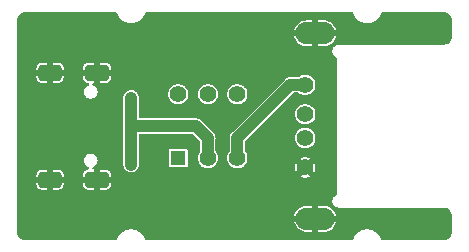
<source format=gbr>
%TF.GenerationSoftware,KiCad,Pcbnew,6.0.7+dfsg-1~bpo11+1*%
%TF.CreationDate,2022-09-24T06:18:19+00:00*%
%TF.ProjectId,0102-USB-SWITCH,30313032-2d55-4534-922d-535749544348,V1.2*%
%TF.SameCoordinates,Original*%
%TF.FileFunction,Copper,L2,Bot*%
%TF.FilePolarity,Positive*%
%FSLAX46Y46*%
G04 Gerber Fmt 4.6, Leading zero omitted, Abs format (unit mm)*
G04 Created by KiCad (PCBNEW 6.0.7+dfsg-1~bpo11+1) date 2022-09-24 06:18:19*
%MOMM*%
%LPD*%
G01*
G04 APERTURE LIST*
G04 Aperture macros list*
%AMRoundRect*
0 Rectangle with rounded corners*
0 $1 Rounding radius*
0 $2 $3 $4 $5 $6 $7 $8 $9 X,Y pos of 4 corners*
0 Add a 4 corners polygon primitive as box body*
4,1,4,$2,$3,$4,$5,$6,$7,$8,$9,$2,$3,0*
0 Add four circle primitives for the rounded corners*
1,1,$1+$1,$2,$3*
1,1,$1+$1,$4,$5*
1,1,$1+$1,$6,$7*
1,1,$1+$1,$8,$9*
0 Add four rect primitives between the rounded corners*
20,1,$1+$1,$2,$3,$4,$5,0*
20,1,$1+$1,$4,$5,$6,$7,0*
20,1,$1+$1,$6,$7,$8,$9,0*
20,1,$1+$1,$8,$9,$2,$3,0*%
G04 Aperture macros list end*
%TA.AperFunction,ComponentPad*%
%ADD10R,1.300000X1.300000*%
%TD*%
%TA.AperFunction,ComponentPad*%
%ADD11C,1.400000*%
%TD*%
%TA.AperFunction,ComponentPad*%
%ADD12C,1.420000*%
%TD*%
%TA.AperFunction,ComponentPad*%
%ADD13O,3.300000X1.900000*%
%TD*%
%TA.AperFunction,ComponentPad*%
%ADD14RoundRect,0.350000X-0.650000X0.350000X-0.650000X-0.350000X0.650000X-0.350000X0.650000X0.350000X0*%
%TD*%
%TA.AperFunction,ComponentPad*%
%ADD15RoundRect,0.350000X-0.700000X0.350000X-0.700000X-0.350000X0.700000X-0.350000X0.700000X0.350000X0*%
%TD*%
%TA.AperFunction,ViaPad*%
%ADD16C,0.500000*%
%TD*%
%TA.AperFunction,ViaPad*%
%ADD17C,1.000000*%
%TD*%
%TA.AperFunction,Conductor*%
%ADD18C,1.000000*%
%TD*%
G04 APERTURE END LIST*
D10*
%TO.P,SW1,1,A*%
%TO.N,unconnected-(SW1-Pad1)*%
X13800000Y7100000D03*
D11*
%TO.P,SW1,2,B*%
%TO.N,/VIN*%
X16300000Y7100000D03*
%TO.P,SW1,3,C*%
%TO.N,/VOUT*%
X18800000Y7100000D03*
%TO.P,SW1,4,A*%
%TO.N,unconnected-(SW1-Pad4)*%
X13800000Y12500000D03*
%TO.P,SW1,5,B*%
%TO.N,unconnected-(SW1-Pad5)*%
X16300000Y12500000D03*
%TO.P,SW1,6,C*%
%TO.N,unconnected-(SW1-Pad6)*%
X18800000Y12500000D03*
%TD*%
D12*
%TO.P,J2,1,VBUS*%
%TO.N,/VOUT*%
X24550000Y13300000D03*
%TO.P,J2,2,D-*%
%TO.N,/D-*%
X24550000Y10800000D03*
%TO.P,J2,3,D+*%
%TO.N,/D+*%
X24550000Y8800000D03*
%TO.P,J2,4,GND*%
%TO.N,GND*%
X24550000Y6300000D03*
D13*
%TO.P,J2,5,Shield*%
X25400000Y17650000D03*
X25400000Y1950000D03*
%TD*%
D14*
%TO.P,J1,S1,SHIELD*%
%TO.N,GND*%
X2940000Y14325000D03*
D15*
X6920000Y14325000D03*
X6920000Y5275000D03*
D14*
X2940000Y5275000D03*
%TD*%
D16*
%TO.N,GND*%
X9800000Y5300000D03*
X9800000Y4300000D03*
X9800000Y14300000D03*
X9800000Y15300000D03*
X800000Y9800000D03*
X21800000Y15800000D03*
X10800000Y15300000D03*
X10800000Y5300000D03*
X17300000Y800000D03*
X12300000Y18800000D03*
X13800000Y4800000D03*
X14800000Y800000D03*
X22800000Y3800000D03*
X7300000Y800000D03*
X21800000Y3800000D03*
X18300000Y3300000D03*
X800000Y7300000D03*
X14800000Y18800000D03*
X19800000Y18800000D03*
X21800000Y14800000D03*
X800000Y12300000D03*
X7300000Y18800000D03*
X10800000Y14300000D03*
X800000Y14800000D03*
X19800000Y800000D03*
X22300000Y18800000D03*
X17300000Y18800000D03*
X22300000Y800000D03*
X12300000Y800000D03*
X10800000Y4300000D03*
X22800000Y4800000D03*
X21800000Y4800000D03*
X800000Y4800000D03*
X22800000Y14800000D03*
X22800000Y15800000D03*
D17*
%TO.N,/VIN*%
X9800000Y12200000D03*
X9800000Y6550000D03*
%TD*%
D18*
%TO.N,/VIN*%
X15300000Y9800000D02*
X9800000Y9800000D01*
X16300000Y7100000D02*
X16300000Y8800000D01*
X16300000Y8800000D02*
X15300000Y9800000D01*
X9800000Y12200000D02*
X9800000Y9800000D01*
X9800000Y6550000D02*
X9800000Y9800000D01*
%TO.N,/VOUT*%
X18800000Y8800000D02*
X23300000Y13300000D01*
X18800000Y7100000D02*
X18800000Y8800000D01*
X23300000Y13300000D02*
X24550000Y13300000D01*
%TD*%
%TA.AperFunction,Conductor*%
%TO.N,GND*%
G36*
X8553332Y19429498D02*
G01*
X8599825Y19375842D01*
X8601115Y19372667D01*
X8601476Y19371320D01*
X8687324Y19181795D01*
X8690190Y19177505D01*
X8746090Y19093828D01*
X8802901Y19008786D01*
X8945119Y18856918D01*
X9110178Y18730247D01*
X9293668Y18632159D01*
X9298545Y18630503D01*
X9298548Y18630502D01*
X9439592Y18582619D01*
X9490686Y18565273D01*
X9695969Y18531377D01*
X9904031Y18531377D01*
X10109314Y18565273D01*
X10160408Y18582619D01*
X10301452Y18630502D01*
X10301455Y18630503D01*
X10306332Y18632159D01*
X10489822Y18730247D01*
X10654881Y18856918D01*
X10797099Y19008786D01*
X10853911Y19093828D01*
X10909810Y19177505D01*
X10912676Y19181795D01*
X10963341Y19293646D01*
X10998524Y19371320D01*
X10999686Y19370793D01*
X11037922Y19423337D01*
X11104100Y19449046D01*
X11114789Y19449500D01*
X28485211Y19449500D01*
X28553332Y19429498D01*
X28599825Y19375842D01*
X28601115Y19372667D01*
X28601476Y19371320D01*
X28687324Y19181795D01*
X28690190Y19177505D01*
X28746090Y19093828D01*
X28802901Y19008786D01*
X28945119Y18856918D01*
X29110178Y18730247D01*
X29293668Y18632159D01*
X29298545Y18630503D01*
X29298548Y18630502D01*
X29439592Y18582619D01*
X29490686Y18565273D01*
X29695969Y18531377D01*
X29904031Y18531377D01*
X30109314Y18565273D01*
X30160408Y18582619D01*
X30301452Y18630502D01*
X30301455Y18630503D01*
X30306332Y18632159D01*
X30489822Y18730247D01*
X30654881Y18856918D01*
X30797099Y19008786D01*
X30853911Y19093828D01*
X30909810Y19177505D01*
X30912676Y19181795D01*
X30963341Y19293646D01*
X30998524Y19371320D01*
X30999686Y19370793D01*
X31037922Y19423337D01*
X31104100Y19449046D01*
X31114789Y19449500D01*
X36263598Y19449500D01*
X36271315Y19448484D01*
X36283978Y19448484D01*
X36300000Y19444191D01*
X36313583Y19447830D01*
X36316043Y19447692D01*
X36430420Y19434805D01*
X36457928Y19428526D01*
X36568407Y19389868D01*
X36593820Y19377631D01*
X36692943Y19315349D01*
X36714998Y19297759D01*
X36797759Y19214998D01*
X36815349Y19192943D01*
X36877631Y19093820D01*
X36889868Y19068407D01*
X36928526Y18957928D01*
X36934805Y18930420D01*
X36947692Y18816043D01*
X36947830Y18813583D01*
X36944191Y18800000D01*
X36948484Y18783978D01*
X36948484Y18771315D01*
X36949500Y18763598D01*
X36949500Y17386402D01*
X36948484Y17378685D01*
X36948484Y17366022D01*
X36944191Y17350000D01*
X36947830Y17336417D01*
X36947692Y17333957D01*
X36934805Y17219580D01*
X36928526Y17192072D01*
X36889868Y17081593D01*
X36877631Y17056180D01*
X36815349Y16957057D01*
X36797759Y16935002D01*
X36714998Y16852241D01*
X36692943Y16834651D01*
X36593820Y16772369D01*
X36568407Y16760132D01*
X36457928Y16721474D01*
X36430420Y16715195D01*
X36316043Y16702308D01*
X36313583Y16702170D01*
X36300000Y16705809D01*
X36283978Y16701516D01*
X36271315Y16701516D01*
X36263598Y16700500D01*
X27436402Y16700500D01*
X27428685Y16701516D01*
X27416022Y16701516D01*
X27400000Y16705809D01*
X27391360Y16703494D01*
X27375941Y16701622D01*
X27375940Y16701622D01*
X27274855Y16689348D01*
X27274852Y16689347D01*
X27267289Y16688429D01*
X27142291Y16641023D01*
X27032270Y16565081D01*
X26943620Y16465016D01*
X26940077Y16458265D01*
X26940076Y16458264D01*
X26885033Y16353390D01*
X26885031Y16353386D01*
X26881493Y16346644D01*
X26879671Y16339251D01*
X26879670Y16339249D01*
X26863773Y16274750D01*
X26849500Y16216843D01*
X26849500Y16083157D01*
X26851322Y16075767D01*
X26851322Y16075763D01*
X26879670Y15960751D01*
X26881493Y15953356D01*
X26885031Y15946614D01*
X26885033Y15946610D01*
X26908128Y15902607D01*
X26943620Y15834984D01*
X27032270Y15734919D01*
X27142291Y15658977D01*
X27168182Y15649158D01*
X27224780Y15606302D01*
X27249226Y15539647D01*
X27249500Y15531347D01*
X27249500Y4068653D01*
X27229498Y4000532D01*
X27175842Y3954039D01*
X27168206Y3950851D01*
X27142291Y3941023D01*
X27032270Y3865081D01*
X26943620Y3765016D01*
X26940077Y3758265D01*
X26940076Y3758264D01*
X26885033Y3653390D01*
X26885031Y3653386D01*
X26881493Y3646644D01*
X26879671Y3639251D01*
X26879670Y3639249D01*
X26863773Y3574750D01*
X26849500Y3516843D01*
X26849500Y3383157D01*
X26851322Y3375767D01*
X26851322Y3375763D01*
X26879670Y3260751D01*
X26881493Y3253356D01*
X26885031Y3246614D01*
X26885033Y3246610D01*
X26940076Y3141736D01*
X26943620Y3134984D01*
X27032270Y3034919D01*
X27142291Y2958977D01*
X27267289Y2911571D01*
X27274852Y2910653D01*
X27274855Y2910652D01*
X27375758Y2898400D01*
X27375760Y2898400D01*
X27391360Y2896506D01*
X27400000Y2894191D01*
X27416022Y2898484D01*
X27428685Y2898484D01*
X27436402Y2899500D01*
X36263598Y2899500D01*
X36271315Y2898484D01*
X36283978Y2898484D01*
X36300000Y2894191D01*
X36313583Y2897830D01*
X36316043Y2897692D01*
X36430420Y2884805D01*
X36457928Y2878526D01*
X36568407Y2839868D01*
X36593820Y2827631D01*
X36692943Y2765349D01*
X36714998Y2747759D01*
X36797759Y2664998D01*
X36815349Y2642943D01*
X36877631Y2543820D01*
X36889868Y2518407D01*
X36928526Y2407928D01*
X36934805Y2380420D01*
X36947692Y2266043D01*
X36947830Y2263583D01*
X36944191Y2250000D01*
X36948484Y2233978D01*
X36948484Y2221315D01*
X36949500Y2213598D01*
X36949500Y836402D01*
X36948484Y828685D01*
X36948484Y816022D01*
X36944191Y800000D01*
X36947830Y786417D01*
X36947692Y783957D01*
X36934805Y669580D01*
X36928526Y642072D01*
X36889868Y531593D01*
X36877631Y506180D01*
X36815349Y407057D01*
X36797759Y385002D01*
X36714998Y302241D01*
X36692943Y284651D01*
X36593820Y222369D01*
X36568407Y210132D01*
X36457928Y171474D01*
X36430420Y165195D01*
X36316043Y152308D01*
X36313583Y152170D01*
X36300000Y155809D01*
X36283978Y151516D01*
X36271315Y151516D01*
X36263598Y150500D01*
X31114789Y150500D01*
X31046668Y170502D01*
X31000175Y224158D01*
X30998885Y227333D01*
X30998524Y228680D01*
X30912676Y418205D01*
X30888477Y454429D01*
X30799964Y586926D01*
X30799961Y586930D01*
X30797099Y591214D01*
X30654881Y743082D01*
X30489822Y869753D01*
X30306332Y967841D01*
X30301455Y969497D01*
X30301452Y969498D01*
X30114198Y1033069D01*
X30114197Y1033069D01*
X30109314Y1034727D01*
X29904031Y1068623D01*
X29695969Y1068623D01*
X29490686Y1034727D01*
X29485803Y1033069D01*
X29485802Y1033069D01*
X29298548Y969498D01*
X29298545Y969497D01*
X29293668Y967841D01*
X29110178Y869753D01*
X28945119Y743082D01*
X28802901Y591214D01*
X28800039Y586930D01*
X28800036Y586926D01*
X28711523Y454429D01*
X28687324Y418205D01*
X28685195Y413505D01*
X28685194Y413503D01*
X28634796Y302241D01*
X28601476Y228680D01*
X28600314Y229207D01*
X28562078Y176663D01*
X28495900Y150954D01*
X28485211Y150500D01*
X11114789Y150500D01*
X11046668Y170502D01*
X11000175Y224158D01*
X10998885Y227333D01*
X10998524Y228680D01*
X10912676Y418205D01*
X10888477Y454429D01*
X10799964Y586926D01*
X10799961Y586930D01*
X10797099Y591214D01*
X10654881Y743082D01*
X10489822Y869753D01*
X10306332Y967841D01*
X10301455Y969497D01*
X10301452Y969498D01*
X10114198Y1033069D01*
X10114197Y1033069D01*
X10109314Y1034727D01*
X9904031Y1068623D01*
X9695969Y1068623D01*
X9490686Y1034727D01*
X9485803Y1033069D01*
X9485802Y1033069D01*
X9298548Y969498D01*
X9298545Y969497D01*
X9293668Y967841D01*
X9110178Y869753D01*
X8945119Y743082D01*
X8802901Y591214D01*
X8800039Y586930D01*
X8800036Y586926D01*
X8711523Y454429D01*
X8687324Y418205D01*
X8685195Y413505D01*
X8685194Y413503D01*
X8634796Y302241D01*
X8601476Y228680D01*
X8600314Y229207D01*
X8562078Y176663D01*
X8495900Y150954D01*
X8485211Y150500D01*
X836402Y150500D01*
X828685Y151516D01*
X816022Y151516D01*
X800000Y155809D01*
X786417Y152170D01*
X783957Y152308D01*
X669580Y165195D01*
X642072Y171474D01*
X531593Y210132D01*
X506180Y222369D01*
X407057Y284651D01*
X385002Y302241D01*
X302241Y385002D01*
X284651Y407057D01*
X222369Y506180D01*
X210132Y531593D01*
X171474Y642072D01*
X165195Y669580D01*
X152308Y783957D01*
X152170Y786417D01*
X155809Y800000D01*
X151516Y816022D01*
X151516Y828685D01*
X150500Y836402D01*
X150500Y1682601D01*
X23632940Y1682601D01*
X23653794Y1596072D01*
X23657677Y1584793D01*
X23739597Y1404622D01*
X23745543Y1394282D01*
X23860051Y1232854D01*
X23867844Y1223826D01*
X24010812Y1086964D01*
X24020177Y1079568D01*
X24186440Y972213D01*
X24197043Y966717D01*
X24380596Y892743D01*
X24392051Y889350D01*
X24587722Y851139D01*
X24596557Y850065D01*
X24599242Y850000D01*
X25127885Y850000D01*
X25143124Y854475D01*
X25144329Y855865D01*
X25146000Y863548D01*
X25146000Y868115D01*
X25654000Y868115D01*
X25658475Y852876D01*
X25659865Y851671D01*
X25667548Y850000D01*
X26149454Y850000D01*
X26155430Y850285D01*
X26302974Y864362D01*
X26314709Y866621D01*
X26504615Y922333D01*
X26515691Y926763D01*
X26691637Y1017381D01*
X26701683Y1023831D01*
X26857314Y1146081D01*
X26865967Y1154321D01*
X26995670Y1303791D01*
X27002604Y1313511D01*
X27101704Y1484812D01*
X27106678Y1495676D01*
X27171482Y1682292D01*
X27170097Y1692009D01*
X27156532Y1696000D01*
X25672115Y1696000D01*
X25656876Y1691525D01*
X25655671Y1690135D01*
X25654000Y1682452D01*
X25654000Y868115D01*
X25146000Y868115D01*
X25146000Y1677885D01*
X25141525Y1693124D01*
X25140135Y1694329D01*
X25132452Y1696000D01*
X23647826Y1696000D01*
X23634295Y1692027D01*
X23632940Y1682601D01*
X150500Y1682601D01*
X150500Y2217708D01*
X23628518Y2217708D01*
X23629903Y2207991D01*
X23643468Y2204000D01*
X25127885Y2204000D01*
X25143124Y2208475D01*
X25144329Y2209865D01*
X25146000Y2217548D01*
X25146000Y2222115D01*
X25654000Y2222115D01*
X25658475Y2206876D01*
X25659865Y2205671D01*
X25667548Y2204000D01*
X27152174Y2204000D01*
X27165705Y2207973D01*
X27167060Y2217399D01*
X27146206Y2303928D01*
X27142323Y2315207D01*
X27060403Y2495378D01*
X27054457Y2505718D01*
X26939949Y2667146D01*
X26932156Y2676174D01*
X26789188Y2813036D01*
X26779823Y2820432D01*
X26613560Y2927787D01*
X26602957Y2933283D01*
X26419404Y3007257D01*
X26407949Y3010650D01*
X26212278Y3048861D01*
X26203443Y3049935D01*
X26200758Y3050000D01*
X25672115Y3050000D01*
X25656876Y3045525D01*
X25655671Y3044135D01*
X25654000Y3036452D01*
X25654000Y2222115D01*
X25146000Y2222115D01*
X25146000Y3031885D01*
X25141525Y3047124D01*
X25140135Y3048329D01*
X25132452Y3050000D01*
X24650546Y3050000D01*
X24644570Y3049715D01*
X24497026Y3035638D01*
X24485291Y3033379D01*
X24295385Y2977667D01*
X24284309Y2973237D01*
X24108363Y2882619D01*
X24098317Y2876169D01*
X23942686Y2753919D01*
X23934033Y2745679D01*
X23804330Y2596209D01*
X23797396Y2586489D01*
X23698296Y2415188D01*
X23693322Y2404324D01*
X23628518Y2217708D01*
X150500Y2217708D01*
X150500Y4881085D01*
X1790000Y4881085D01*
X1790369Y4874271D01*
X1795789Y4824379D01*
X1799414Y4809133D01*
X1843767Y4690823D01*
X1852299Y4675237D01*
X1927430Y4574991D01*
X1939991Y4562430D01*
X2040237Y4487299D01*
X2055823Y4478767D01*
X2174133Y4434414D01*
X2189379Y4430789D01*
X2239271Y4425369D01*
X2246085Y4425000D01*
X2667885Y4425000D01*
X2683124Y4429475D01*
X2684329Y4430865D01*
X2686000Y4438548D01*
X2686000Y4443115D01*
X3194000Y4443115D01*
X3198475Y4427876D01*
X3199865Y4426671D01*
X3207548Y4425000D01*
X3633915Y4425000D01*
X3640729Y4425369D01*
X3690621Y4430789D01*
X3705867Y4434414D01*
X3824177Y4478767D01*
X3839763Y4487299D01*
X3940009Y4562430D01*
X3952570Y4574991D01*
X4027701Y4675237D01*
X4036233Y4690823D01*
X4080586Y4809133D01*
X4084211Y4824379D01*
X4089631Y4874271D01*
X4090000Y4881085D01*
X5720000Y4881085D01*
X5720369Y4874271D01*
X5725789Y4824379D01*
X5729414Y4809133D01*
X5773767Y4690823D01*
X5782299Y4675237D01*
X5857430Y4574991D01*
X5869991Y4562430D01*
X5970237Y4487299D01*
X5985823Y4478767D01*
X6104133Y4434414D01*
X6119379Y4430789D01*
X6169271Y4425369D01*
X6176085Y4425000D01*
X6647885Y4425000D01*
X6663124Y4429475D01*
X6664329Y4430865D01*
X6666000Y4438548D01*
X6666000Y4443115D01*
X7174000Y4443115D01*
X7178475Y4427876D01*
X7179865Y4426671D01*
X7187548Y4425000D01*
X7663915Y4425000D01*
X7670729Y4425369D01*
X7720621Y4430789D01*
X7735867Y4434414D01*
X7854177Y4478767D01*
X7869763Y4487299D01*
X7970009Y4562430D01*
X7982570Y4574991D01*
X8057701Y4675237D01*
X8066233Y4690823D01*
X8110586Y4809133D01*
X8114211Y4824379D01*
X8119631Y4874271D01*
X8120000Y4881085D01*
X8120000Y5002885D01*
X8115525Y5018124D01*
X8114135Y5019329D01*
X8106452Y5021000D01*
X7192115Y5021000D01*
X7176876Y5016525D01*
X7175671Y5015135D01*
X7174000Y5007452D01*
X7174000Y4443115D01*
X6666000Y4443115D01*
X6666000Y5002885D01*
X6661525Y5018124D01*
X6660135Y5019329D01*
X6652452Y5021000D01*
X5738115Y5021000D01*
X5722876Y5016525D01*
X5721671Y5015135D01*
X5720000Y5007452D01*
X5720000Y4881085D01*
X4090000Y4881085D01*
X4090000Y5002885D01*
X4085525Y5018124D01*
X4084135Y5019329D01*
X4076452Y5021000D01*
X3212115Y5021000D01*
X3196876Y5016525D01*
X3195671Y5015135D01*
X3194000Y5007452D01*
X3194000Y4443115D01*
X2686000Y4443115D01*
X2686000Y5002885D01*
X2681525Y5018124D01*
X2680135Y5019329D01*
X2672452Y5021000D01*
X1808115Y5021000D01*
X1792876Y5016525D01*
X1791671Y5015135D01*
X1790000Y5007452D01*
X1790000Y4881085D01*
X150500Y4881085D01*
X150500Y5547115D01*
X1790000Y5547115D01*
X1794475Y5531876D01*
X1795865Y5530671D01*
X1803548Y5529000D01*
X2667885Y5529000D01*
X2683124Y5533475D01*
X2684329Y5534865D01*
X2686000Y5542548D01*
X2686000Y5547115D01*
X3194000Y5547115D01*
X3198475Y5531876D01*
X3199865Y5530671D01*
X3207548Y5529000D01*
X4071885Y5529000D01*
X4087124Y5533475D01*
X4088329Y5534865D01*
X4090000Y5542548D01*
X4090000Y5547115D01*
X5720000Y5547115D01*
X5724475Y5531876D01*
X5725865Y5530671D01*
X5733548Y5529000D01*
X6647885Y5529000D01*
X6663124Y5533475D01*
X6664329Y5534865D01*
X6666000Y5542548D01*
X6666000Y5547115D01*
X7174000Y5547115D01*
X7178475Y5531876D01*
X7179865Y5530671D01*
X7187548Y5529000D01*
X8101885Y5529000D01*
X8117124Y5533475D01*
X8118329Y5534865D01*
X8119097Y5538395D01*
X24153225Y5538395D01*
X24156736Y5533705D01*
X24276751Y5480271D01*
X24289239Y5476214D01*
X24453153Y5441372D01*
X24466213Y5440000D01*
X24633787Y5440000D01*
X24646847Y5441372D01*
X24810761Y5476214D01*
X24823249Y5480271D01*
X24936278Y5530595D01*
X24947022Y5539727D01*
X24945426Y5545364D01*
X24562812Y5927978D01*
X24548868Y5935592D01*
X24547035Y5935461D01*
X24540420Y5931210D01*
X24159985Y5550775D01*
X24153225Y5538395D01*
X8119097Y5538395D01*
X8120000Y5542548D01*
X8120000Y5668915D01*
X8119631Y5675729D01*
X8114211Y5725621D01*
X8110586Y5740867D01*
X8066233Y5859177D01*
X8057701Y5874763D01*
X7982570Y5975009D01*
X7970009Y5987570D01*
X7869763Y6062701D01*
X7854177Y6071233D01*
X7735867Y6115586D01*
X7720621Y6119211D01*
X7670729Y6124631D01*
X7663915Y6125000D01*
X7192115Y6125000D01*
X7176876Y6120525D01*
X7175671Y6119135D01*
X7174000Y6111452D01*
X7174000Y5547115D01*
X6666000Y5547115D01*
X6666000Y6106885D01*
X6661525Y6122124D01*
X6660135Y6123329D01*
X6639217Y6127879D01*
X6639653Y6129883D01*
X6588162Y6145002D01*
X6541669Y6198658D01*
X6531565Y6268932D01*
X6561059Y6333512D01*
X6608065Y6367409D01*
X6637429Y6379572D01*
X6680233Y6397302D01*
X6800451Y6489549D01*
X6852102Y6556862D01*
X9144758Y6556862D01*
X9147031Y6536277D01*
X9149046Y6518025D01*
X9149500Y6512783D01*
X9149500Y6509075D01*
X9149997Y6505144D01*
X9149997Y6505137D01*
X9153611Y6476529D01*
X9153840Y6474596D01*
X9162035Y6400367D01*
X9163619Y6396040D01*
X9163936Y6394803D01*
X9164929Y6386942D01*
X9167847Y6379572D01*
X9190986Y6321128D01*
X9192160Y6318046D01*
X9203642Y6286671D01*
X9216143Y6252510D01*
X9219866Y6246969D01*
X9221518Y6243309D01*
X9222515Y6241497D01*
X9225432Y6234129D01*
X9264882Y6179830D01*
X9267457Y6176147D01*
X9303958Y6121828D01*
X9309578Y6116714D01*
X9313461Y6112215D01*
X9315841Y6109212D01*
X9317377Y6107576D01*
X9322037Y6101163D01*
X9368530Y6062701D01*
X9370736Y6060876D01*
X9375220Y6056985D01*
X9420410Y6015865D01*
X9427086Y6012240D01*
X9433279Y6007839D01*
X9433149Y6007657D01*
X9438678Y6003920D01*
X9442568Y6001452D01*
X9448674Y5996400D01*
X9455848Y5993024D01*
X9455850Y5993023D01*
X9502271Y5971179D01*
X9508745Y5967902D01*
X9552102Y5944361D01*
X9552107Y5944359D01*
X9558776Y5940738D01*
X9566122Y5938811D01*
X9566248Y5938761D01*
X9587749Y5930956D01*
X9590212Y5929797D01*
X9590214Y5929796D01*
X9597387Y5926421D01*
X9651675Y5916065D01*
X9660029Y5914175D01*
X9711069Y5900785D01*
X9720725Y5900634D01*
X9722718Y5900602D01*
X9744349Y5898386D01*
X9751042Y5897109D01*
X9751048Y5897109D01*
X9758830Y5895624D01*
X9785558Y5897305D01*
X9809991Y5898842D01*
X9819878Y5899075D01*
X9860896Y5898431D01*
X9860899Y5898431D01*
X9868495Y5898312D01*
X9883860Y5901831D01*
X9904070Y5904762D01*
X9922860Y5905944D01*
X9967777Y5920538D01*
X9978582Y5923525D01*
X10014565Y5931766D01*
X10014568Y5931767D01*
X10021968Y5933462D01*
X10039719Y5942390D01*
X10057393Y5949656D01*
X10071631Y5954282D01*
X10071632Y5954282D01*
X10079171Y5956732D01*
X10115656Y5979886D01*
X10126542Y5986057D01*
X10155837Y6000791D01*
X10162625Y6004205D01*
X10168401Y6009138D01*
X10168404Y6009140D01*
X10180854Y6019773D01*
X10195170Y6030347D01*
X10211246Y6040549D01*
X10211250Y6040552D01*
X10217940Y6044798D01*
X10244740Y6073337D01*
X10254759Y6082894D01*
X10276571Y6101523D01*
X10276575Y6101528D01*
X10282348Y6106458D01*
X10298731Y6129258D01*
X10309202Y6141983D01*
X10325023Y6158830D01*
X10330448Y6164607D01*
X10347361Y6195371D01*
X10355442Y6208179D01*
X10374224Y6234317D01*
X10386229Y6264180D01*
X10392716Y6277871D01*
X10405807Y6301683D01*
X10405808Y6301685D01*
X10409627Y6308632D01*
X10417346Y6338694D01*
X10422478Y6354350D01*
X10430117Y6373353D01*
X10430118Y6373358D01*
X10432950Y6380402D01*
X10438062Y6416319D01*
X10440763Y6429897D01*
X10442119Y6435180D01*
X12999500Y6435180D01*
X13008233Y6391278D01*
X13015127Y6380960D01*
X13015128Y6380958D01*
X13026604Y6363783D01*
X13041496Y6341496D01*
X13051815Y6334601D01*
X13080958Y6315128D01*
X13080960Y6315127D01*
X13091278Y6308233D01*
X13135180Y6299500D01*
X14464820Y6299500D01*
X14508722Y6308233D01*
X14519040Y6315127D01*
X14519042Y6315128D01*
X14548185Y6334601D01*
X14558504Y6341496D01*
X14573396Y6363783D01*
X14584872Y6380958D01*
X14584873Y6380960D01*
X14591767Y6391278D01*
X14600500Y6435180D01*
X14600500Y7764820D01*
X14591767Y7808722D01*
X14584873Y7819040D01*
X14584872Y7819042D01*
X14565399Y7848185D01*
X14558504Y7858504D01*
X14548185Y7865399D01*
X14519042Y7884872D01*
X14519040Y7884873D01*
X14508722Y7891767D01*
X14464820Y7900500D01*
X13135180Y7900500D01*
X13091278Y7891767D01*
X13080960Y7884873D01*
X13080958Y7884872D01*
X13051815Y7865399D01*
X13041496Y7858504D01*
X13034601Y7848185D01*
X13015128Y7819042D01*
X13015127Y7819040D01*
X13008233Y7808722D01*
X12999500Y7764820D01*
X12999500Y6435180D01*
X10442119Y6435180D01*
X10448528Y6460142D01*
X10448528Y6460143D01*
X10450500Y6467823D01*
X10450500Y6494795D01*
X10451757Y6512548D01*
X10454553Y6532192D01*
X10454553Y6532198D01*
X10455134Y6536277D01*
X10455278Y6550000D01*
X10451413Y6581940D01*
X10450500Y6597075D01*
X10450500Y9023500D01*
X10470502Y9091621D01*
X10524158Y9138114D01*
X10576500Y9149500D01*
X14978364Y9149500D01*
X15046485Y9129498D01*
X15067459Y9112595D01*
X15612595Y8567459D01*
X15646621Y8505147D01*
X15649500Y8478364D01*
X15649500Y7696965D01*
X15629498Y7628844D01*
X15617136Y7612655D01*
X15608141Y7602665D01*
X15518750Y7447835D01*
X15463503Y7277803D01*
X15444815Y7100000D01*
X15445505Y7093435D01*
X15448991Y7060273D01*
X15463503Y6922197D01*
X15518750Y6752165D01*
X15522053Y6746443D01*
X15522054Y6746442D01*
X15569341Y6664539D01*
X15608141Y6597335D01*
X15612559Y6592428D01*
X15612560Y6592427D01*
X15719891Y6473225D01*
X15727770Y6464474D01*
X15733109Y6460595D01*
X15842719Y6380958D01*
X15872407Y6359388D01*
X15878435Y6356704D01*
X15878437Y6356703D01*
X16029702Y6289356D01*
X16035733Y6286671D01*
X16119189Y6268932D01*
X16204152Y6250872D01*
X16204156Y6250872D01*
X16210609Y6249500D01*
X16389391Y6249500D01*
X16395844Y6250872D01*
X16395848Y6250872D01*
X16480811Y6268932D01*
X16564267Y6286671D01*
X16570298Y6289356D01*
X16721563Y6356703D01*
X16721565Y6356704D01*
X16727593Y6359388D01*
X16757282Y6380958D01*
X16866891Y6460595D01*
X16872230Y6464474D01*
X16880110Y6473225D01*
X16987440Y6592427D01*
X16987441Y6592428D01*
X16991859Y6597335D01*
X17030659Y6664539D01*
X17077946Y6746442D01*
X17077947Y6746443D01*
X17081250Y6752165D01*
X17136497Y6922197D01*
X17151010Y7060273D01*
X17154495Y7093435D01*
X17155185Y7100000D01*
X17944815Y7100000D01*
X17945505Y7093435D01*
X17948991Y7060273D01*
X17963503Y6922197D01*
X18018750Y6752165D01*
X18022053Y6746443D01*
X18022054Y6746442D01*
X18069341Y6664539D01*
X18108141Y6597335D01*
X18112559Y6592428D01*
X18112560Y6592427D01*
X18219891Y6473225D01*
X18227770Y6464474D01*
X18233109Y6460595D01*
X18342719Y6380958D01*
X18372407Y6359388D01*
X18378435Y6356704D01*
X18378437Y6356703D01*
X18529702Y6289356D01*
X18535733Y6286671D01*
X18619189Y6268932D01*
X18704152Y6250872D01*
X18704156Y6250872D01*
X18710609Y6249500D01*
X18889391Y6249500D01*
X18895844Y6250872D01*
X18895848Y6250872D01*
X18980811Y6268932D01*
X19064267Y6286671D01*
X19070298Y6289356D01*
X19079460Y6293435D01*
X23685953Y6293435D01*
X23703470Y6126775D01*
X23706200Y6113932D01*
X23757981Y5954564D01*
X23763326Y5942559D01*
X23779899Y5913854D01*
X23790104Y5904123D01*
X23798123Y5907333D01*
X24177978Y6287188D01*
X24184356Y6298868D01*
X24914408Y6298868D01*
X24914539Y6297035D01*
X24918790Y6290420D01*
X25298232Y5910978D01*
X25310612Y5904218D01*
X25317527Y5909394D01*
X25336674Y5942559D01*
X25342019Y5954564D01*
X25393800Y6113932D01*
X25396530Y6126775D01*
X25414047Y6293435D01*
X25414047Y6306565D01*
X25396530Y6473225D01*
X25393800Y6486068D01*
X25342019Y6645436D01*
X25336674Y6657441D01*
X25320101Y6686146D01*
X25309896Y6695877D01*
X25301877Y6692667D01*
X24922022Y6312812D01*
X24914408Y6298868D01*
X24184356Y6298868D01*
X24185592Y6301132D01*
X24185461Y6302965D01*
X24181210Y6309580D01*
X23801768Y6689022D01*
X23789388Y6695782D01*
X23782473Y6690606D01*
X23763326Y6657441D01*
X23757981Y6645436D01*
X23706200Y6486068D01*
X23703470Y6473225D01*
X23685953Y6306565D01*
X23685953Y6293435D01*
X19079460Y6293435D01*
X19221563Y6356703D01*
X19221565Y6356704D01*
X19227593Y6359388D01*
X19257282Y6380958D01*
X19366891Y6460595D01*
X19372230Y6464474D01*
X19380110Y6473225D01*
X19487440Y6592427D01*
X19487441Y6592428D01*
X19491859Y6597335D01*
X19530659Y6664539D01*
X19577946Y6746442D01*
X19577947Y6746443D01*
X19581250Y6752165D01*
X19636497Y6922197D01*
X19651010Y7060273D01*
X24152978Y7060273D01*
X24154574Y7054636D01*
X24537188Y6672022D01*
X24551132Y6664408D01*
X24552965Y6664539D01*
X24559580Y6668790D01*
X24940015Y7049225D01*
X24946775Y7061605D01*
X24943264Y7066295D01*
X24823249Y7119729D01*
X24810761Y7123786D01*
X24646847Y7158628D01*
X24633787Y7160000D01*
X24466213Y7160000D01*
X24453153Y7158628D01*
X24289239Y7123786D01*
X24276751Y7119729D01*
X24163722Y7069405D01*
X24152978Y7060273D01*
X19651010Y7060273D01*
X19654495Y7093435D01*
X19655185Y7100000D01*
X19636497Y7277803D01*
X19581250Y7447835D01*
X19491859Y7602665D01*
X19482864Y7612655D01*
X19452146Y7676662D01*
X19450500Y7696965D01*
X19450500Y8478364D01*
X19470502Y8546485D01*
X19487405Y8567459D01*
X19719946Y8800000D01*
X23684760Y8800000D01*
X23703668Y8620106D01*
X23759564Y8448075D01*
X23850006Y8291425D01*
X23971041Y8157001D01*
X23976383Y8153120D01*
X23976385Y8153118D01*
X24112038Y8054561D01*
X24117380Y8050680D01*
X24123408Y8047996D01*
X24123410Y8047995D01*
X24276595Y7979793D01*
X24282626Y7977108D01*
X24371092Y7958304D01*
X24453101Y7940872D01*
X24453105Y7940872D01*
X24459558Y7939500D01*
X24640442Y7939500D01*
X24646895Y7940872D01*
X24646899Y7940872D01*
X24728908Y7958304D01*
X24817374Y7977108D01*
X24823405Y7979793D01*
X24976590Y8047995D01*
X24976592Y8047996D01*
X24982620Y8050680D01*
X24987962Y8054561D01*
X25123615Y8153118D01*
X25123617Y8153120D01*
X25128959Y8157001D01*
X25249994Y8291425D01*
X25340436Y8448075D01*
X25396332Y8620106D01*
X25415240Y8800000D01*
X25396332Y8979894D01*
X25392984Y8990200D01*
X25342478Y9145640D01*
X25340436Y9151925D01*
X25321113Y9185393D01*
X25253298Y9302853D01*
X25253296Y9302856D01*
X25249994Y9308575D01*
X25128959Y9442999D01*
X25123617Y9446880D01*
X25123615Y9446882D01*
X24987962Y9545439D01*
X24987961Y9545440D01*
X24982620Y9549320D01*
X24976592Y9552004D01*
X24976590Y9552005D01*
X24823405Y9620207D01*
X24823404Y9620207D01*
X24817374Y9622892D01*
X24728908Y9641696D01*
X24646899Y9659128D01*
X24646895Y9659128D01*
X24640442Y9660500D01*
X24459558Y9660500D01*
X24453105Y9659128D01*
X24453101Y9659128D01*
X24371092Y9641696D01*
X24282626Y9622892D01*
X24276596Y9620207D01*
X24276595Y9620207D01*
X24123410Y9552005D01*
X24123408Y9552004D01*
X24117380Y9549320D01*
X24112039Y9545440D01*
X24112038Y9545439D01*
X23976385Y9446882D01*
X23976383Y9446880D01*
X23971041Y9442999D01*
X23850006Y9308575D01*
X23846704Y9302856D01*
X23846702Y9302853D01*
X23778887Y9185393D01*
X23759564Y9151925D01*
X23757522Y9145640D01*
X23707017Y8990200D01*
X23703668Y8979894D01*
X23684760Y8800000D01*
X19719946Y8800000D01*
X21719946Y10800000D01*
X23684760Y10800000D01*
X23703668Y10620106D01*
X23759564Y10448075D01*
X23762867Y10442353D01*
X23762868Y10442352D01*
X23815351Y10351450D01*
X23850006Y10291425D01*
X23971041Y10157001D01*
X23976383Y10153120D01*
X23976385Y10153118D01*
X24112038Y10054561D01*
X24117380Y10050680D01*
X24123408Y10047996D01*
X24123410Y10047995D01*
X24276595Y9979793D01*
X24282626Y9977108D01*
X24371092Y9958304D01*
X24453101Y9940872D01*
X24453105Y9940872D01*
X24459558Y9939500D01*
X24640442Y9939500D01*
X24646895Y9940872D01*
X24646899Y9940872D01*
X24728908Y9958304D01*
X24817374Y9977108D01*
X24823405Y9979793D01*
X24976590Y10047995D01*
X24976592Y10047996D01*
X24982620Y10050680D01*
X24987962Y10054561D01*
X25123615Y10153118D01*
X25123617Y10153120D01*
X25128959Y10157001D01*
X25249994Y10291425D01*
X25284650Y10351450D01*
X25337132Y10442352D01*
X25337133Y10442353D01*
X25340436Y10448075D01*
X25396332Y10620106D01*
X25415240Y10800000D01*
X25396332Y10979894D01*
X25340436Y11151925D01*
X25249994Y11308575D01*
X25128959Y11442999D01*
X25123617Y11446880D01*
X25123615Y11446882D01*
X24987962Y11545439D01*
X24987961Y11545440D01*
X24982620Y11549320D01*
X24976592Y11552004D01*
X24976590Y11552005D01*
X24823405Y11620207D01*
X24823404Y11620207D01*
X24817374Y11622892D01*
X24728908Y11641696D01*
X24646899Y11659128D01*
X24646895Y11659128D01*
X24640442Y11660500D01*
X24459558Y11660500D01*
X24453105Y11659128D01*
X24453101Y11659128D01*
X24371092Y11641696D01*
X24282626Y11622892D01*
X24276596Y11620207D01*
X24276595Y11620207D01*
X24123410Y11552005D01*
X24123408Y11552004D01*
X24117380Y11549320D01*
X24112039Y11545440D01*
X24112038Y11545439D01*
X23976385Y11446882D01*
X23976383Y11446880D01*
X23971041Y11442999D01*
X23850006Y11308575D01*
X23759564Y11151925D01*
X23703668Y10979894D01*
X23684760Y10800000D01*
X21719946Y10800000D01*
X23532541Y12612595D01*
X23594853Y12646621D01*
X23621636Y12649500D01*
X23940425Y12649500D01*
X24014485Y12625437D01*
X24117380Y12550680D01*
X24123408Y12547996D01*
X24123410Y12547995D01*
X24276595Y12479793D01*
X24282626Y12477108D01*
X24371092Y12458304D01*
X24453101Y12440872D01*
X24453105Y12440872D01*
X24459558Y12439500D01*
X24640442Y12439500D01*
X24646895Y12440872D01*
X24646899Y12440872D01*
X24728908Y12458304D01*
X24817374Y12477108D01*
X24823405Y12479793D01*
X24976590Y12547995D01*
X24976592Y12547996D01*
X24982620Y12550680D01*
X25030399Y12585393D01*
X25123615Y12653118D01*
X25123617Y12653120D01*
X25128959Y12657001D01*
X25249994Y12791425D01*
X25256245Y12802251D01*
X25337132Y12942352D01*
X25337133Y12942353D01*
X25340436Y12948075D01*
X25396332Y13120106D01*
X25398361Y13139405D01*
X25414550Y13293435D01*
X25415240Y13300000D01*
X25396332Y13479894D01*
X25340436Y13651925D01*
X25337132Y13657648D01*
X25253298Y13802853D01*
X25253296Y13802856D01*
X25249994Y13808575D01*
X25128959Y13942999D01*
X25123617Y13946880D01*
X25123615Y13946882D01*
X24987962Y14045439D01*
X24987961Y14045440D01*
X24982620Y14049320D01*
X24976592Y14052004D01*
X24976590Y14052005D01*
X24823405Y14120207D01*
X24823404Y14120207D01*
X24817374Y14122892D01*
X24728908Y14141696D01*
X24646899Y14159128D01*
X24646895Y14159128D01*
X24640442Y14160500D01*
X24459558Y14160500D01*
X24453105Y14159128D01*
X24453101Y14159128D01*
X24371092Y14141696D01*
X24282626Y14122892D01*
X24276596Y14120207D01*
X24276595Y14120207D01*
X24123410Y14052005D01*
X24123408Y14052004D01*
X24117380Y14049320D01*
X24035082Y13989527D01*
X24014485Y13974563D01*
X23940425Y13950500D01*
X23381000Y13950500D01*
X23369360Y13951049D01*
X23361704Y13952760D01*
X23353781Y13952511D01*
X23291770Y13950562D01*
X23287812Y13950500D01*
X23259075Y13950500D01*
X23254804Y13949961D01*
X23242976Y13949029D01*
X23197431Y13947597D01*
X23189817Y13945385D01*
X23189812Y13945384D01*
X23177208Y13941722D01*
X23157844Y13937711D01*
X23136942Y13935071D01*
X23129571Y13932152D01*
X23129569Y13932152D01*
X23094580Y13918298D01*
X23083369Y13914459D01*
X23039602Y13901744D01*
X23021467Y13891019D01*
X23003719Y13882324D01*
X22984129Y13874568D01*
X22947262Y13847782D01*
X22937354Y13841275D01*
X22904958Y13822117D01*
X22904953Y13822113D01*
X22898135Y13818081D01*
X22883242Y13803188D01*
X22868208Y13790347D01*
X22851163Y13777963D01*
X22846110Y13771855D01*
X22822121Y13742857D01*
X22814131Y13734077D01*
X18397302Y9317248D01*
X18388685Y9309407D01*
X18382060Y9305202D01*
X18376633Y9299423D01*
X18376632Y9299422D01*
X18334151Y9254184D01*
X18331396Y9251342D01*
X18311089Y9231035D01*
X18308660Y9227904D01*
X18308655Y9227898D01*
X18308442Y9227623D01*
X18300745Y9218610D01*
X18269552Y9185393D01*
X18265733Y9178446D01*
X18259404Y9166934D01*
X18248550Y9150410D01*
X18235638Y9133764D01*
X18224704Y9108496D01*
X18217546Y9091955D01*
X18212330Y9081307D01*
X18190373Y9041368D01*
X18188402Y9033689D01*
X18188401Y9033688D01*
X18185133Y9020959D01*
X18178727Y9002250D01*
X18173512Y8990200D01*
X18173510Y8990195D01*
X18170365Y8982926D01*
X18169126Y8975102D01*
X18163239Y8937935D01*
X18160831Y8926310D01*
X18151472Y8889860D01*
X18151471Y8889855D01*
X18149500Y8882177D01*
X18149500Y8861116D01*
X18147949Y8841404D01*
X18144653Y8820595D01*
X18145399Y8812704D01*
X18148941Y8775235D01*
X18149500Y8763377D01*
X18149500Y7696965D01*
X18129498Y7628844D01*
X18117136Y7612655D01*
X18108141Y7602665D01*
X18018750Y7447835D01*
X17963503Y7277803D01*
X17944815Y7100000D01*
X17155185Y7100000D01*
X17136497Y7277803D01*
X17081250Y7447835D01*
X16991859Y7602665D01*
X16982864Y7612655D01*
X16952146Y7676662D01*
X16950500Y7696965D01*
X16950500Y8718999D01*
X16951049Y8730640D01*
X16952760Y8738296D01*
X16950562Y8808244D01*
X16950500Y8812201D01*
X16950500Y8840925D01*
X16949962Y8845188D01*
X16949029Y8857027D01*
X16947847Y8894643D01*
X16947598Y8902569D01*
X16941719Y8922807D01*
X16937711Y8942161D01*
X16936065Y8955192D01*
X16936065Y8955194D01*
X16935071Y8963058D01*
X16931004Y8973330D01*
X16918301Y9005416D01*
X16914456Y9016646D01*
X16903956Y9052788D01*
X16903956Y9052789D01*
X16901745Y9060398D01*
X16897712Y9067217D01*
X16897710Y9067222D01*
X16891020Y9078533D01*
X16882320Y9096292D01*
X16877488Y9108496D01*
X16874568Y9115871D01*
X16852940Y9145640D01*
X16847791Y9152727D01*
X16841275Y9162647D01*
X16822119Y9195037D01*
X16818081Y9201865D01*
X16803188Y9216758D01*
X16790347Y9231792D01*
X16782623Y9242423D01*
X16777963Y9248837D01*
X16742856Y9277880D01*
X16734077Y9285869D01*
X15817248Y10202698D01*
X15809407Y10211315D01*
X15805202Y10217940D01*
X15754183Y10265850D01*
X15751342Y10268604D01*
X15731035Y10288911D01*
X15727904Y10291340D01*
X15727898Y10291345D01*
X15727623Y10291558D01*
X15718610Y10299255D01*
X15685393Y10330448D01*
X15676071Y10335573D01*
X15666934Y10340596D01*
X15650410Y10351450D01*
X15640027Y10359504D01*
X15640026Y10359505D01*
X15633764Y10364362D01*
X15591952Y10382455D01*
X15581307Y10387670D01*
X15541368Y10409627D01*
X15533689Y10411598D01*
X15533688Y10411599D01*
X15520959Y10414867D01*
X15502250Y10421273D01*
X15490200Y10426488D01*
X15490195Y10426490D01*
X15482926Y10429635D01*
X15437930Y10436762D01*
X15426310Y10439169D01*
X15389860Y10448528D01*
X15389855Y10448529D01*
X15382177Y10450500D01*
X15361116Y10450500D01*
X15341404Y10452051D01*
X15340098Y10452258D01*
X15320595Y10455347D01*
X15307478Y10454107D01*
X15275235Y10451059D01*
X15263377Y10450500D01*
X10576500Y10450500D01*
X10508379Y10470502D01*
X10461886Y10524158D01*
X10450500Y10576500D01*
X10450500Y12144795D01*
X10451757Y12162548D01*
X10454553Y12182192D01*
X10454553Y12182198D01*
X10455134Y12186277D01*
X10455278Y12200000D01*
X10450604Y12238623D01*
X10450500Y12239756D01*
X10450500Y12240925D01*
X10446355Y12273734D01*
X10436363Y12356306D01*
X10435703Y12358051D01*
X10435071Y12363058D01*
X10419172Y12403214D01*
X10407817Y12431894D01*
X10407103Y12433740D01*
X10383394Y12496485D01*
X10382066Y12500000D01*
X12944815Y12500000D01*
X12945505Y12493435D01*
X12959735Y12358051D01*
X12963503Y12322197D01*
X12965543Y12315920D01*
X12965543Y12315918D01*
X12974111Y12289549D01*
X13018750Y12152165D01*
X13108141Y11997335D01*
X13227770Y11864474D01*
X13372407Y11759388D01*
X13378435Y11756704D01*
X13378437Y11756703D01*
X13529702Y11689356D01*
X13535733Y11686671D01*
X13623171Y11668085D01*
X13704152Y11650872D01*
X13704156Y11650872D01*
X13710609Y11649500D01*
X13889391Y11649500D01*
X13895844Y11650872D01*
X13895848Y11650872D01*
X13976829Y11668085D01*
X14064267Y11686671D01*
X14070298Y11689356D01*
X14221563Y11756703D01*
X14221565Y11756704D01*
X14227593Y11759388D01*
X14372230Y11864474D01*
X14491859Y11997335D01*
X14581250Y12152165D01*
X14625889Y12289549D01*
X14634457Y12315918D01*
X14634457Y12315920D01*
X14636497Y12322197D01*
X14640266Y12358051D01*
X14654495Y12493435D01*
X14655185Y12500000D01*
X15444815Y12500000D01*
X15445505Y12493435D01*
X15459735Y12358051D01*
X15463503Y12322197D01*
X15465543Y12315920D01*
X15465543Y12315918D01*
X15474111Y12289549D01*
X15518750Y12152165D01*
X15608141Y11997335D01*
X15727770Y11864474D01*
X15872407Y11759388D01*
X15878435Y11756704D01*
X15878437Y11756703D01*
X16029702Y11689356D01*
X16035733Y11686671D01*
X16123171Y11668085D01*
X16204152Y11650872D01*
X16204156Y11650872D01*
X16210609Y11649500D01*
X16389391Y11649500D01*
X16395844Y11650872D01*
X16395848Y11650872D01*
X16476829Y11668085D01*
X16564267Y11686671D01*
X16570298Y11689356D01*
X16721563Y11756703D01*
X16721565Y11756704D01*
X16727593Y11759388D01*
X16872230Y11864474D01*
X16991859Y11997335D01*
X17081250Y12152165D01*
X17125889Y12289549D01*
X17134457Y12315918D01*
X17134457Y12315920D01*
X17136497Y12322197D01*
X17140266Y12358051D01*
X17154495Y12493435D01*
X17155185Y12500000D01*
X17944815Y12500000D01*
X17945505Y12493435D01*
X17959735Y12358051D01*
X17963503Y12322197D01*
X17965543Y12315920D01*
X17965543Y12315918D01*
X17974111Y12289549D01*
X18018750Y12152165D01*
X18108141Y11997335D01*
X18227770Y11864474D01*
X18372407Y11759388D01*
X18378435Y11756704D01*
X18378437Y11756703D01*
X18529702Y11689356D01*
X18535733Y11686671D01*
X18623171Y11668085D01*
X18704152Y11650872D01*
X18704156Y11650872D01*
X18710609Y11649500D01*
X18889391Y11649500D01*
X18895844Y11650872D01*
X18895848Y11650872D01*
X18976829Y11668085D01*
X19064267Y11686671D01*
X19070298Y11689356D01*
X19221563Y11756703D01*
X19221565Y11756704D01*
X19227593Y11759388D01*
X19372230Y11864474D01*
X19491859Y11997335D01*
X19581250Y12152165D01*
X19625889Y12289549D01*
X19634457Y12315918D01*
X19634457Y12315920D01*
X19636497Y12322197D01*
X19640266Y12358051D01*
X19654495Y12493435D01*
X19655185Y12500000D01*
X19650454Y12545010D01*
X19637187Y12671239D01*
X19637187Y12671240D01*
X19636497Y12677803D01*
X19627595Y12705202D01*
X19583292Y12841550D01*
X19581250Y12847835D01*
X19491859Y13002665D01*
X19487440Y13007573D01*
X19376645Y13130623D01*
X19376643Y13130624D01*
X19372230Y13135526D01*
X19342942Y13156805D01*
X19232935Y13236731D01*
X19232933Y13236732D01*
X19227593Y13240612D01*
X19221565Y13243296D01*
X19221563Y13243297D01*
X19070298Y13310644D01*
X19070297Y13310644D01*
X19064267Y13313329D01*
X18976829Y13331915D01*
X18895848Y13349128D01*
X18895844Y13349128D01*
X18889391Y13350500D01*
X18710609Y13350500D01*
X18704156Y13349128D01*
X18704152Y13349128D01*
X18623171Y13331915D01*
X18535733Y13313329D01*
X18529703Y13310644D01*
X18529702Y13310644D01*
X18378438Y13243297D01*
X18378436Y13243296D01*
X18372408Y13240612D01*
X18227770Y13135526D01*
X18223357Y13130624D01*
X18223355Y13130623D01*
X18112560Y13007573D01*
X18108141Y13002665D01*
X18018750Y12847835D01*
X18016708Y12841550D01*
X17972406Y12705202D01*
X17963503Y12677803D01*
X17962813Y12671240D01*
X17962813Y12671239D01*
X17949546Y12545010D01*
X17944815Y12500000D01*
X17155185Y12500000D01*
X17150454Y12545010D01*
X17137187Y12671239D01*
X17137187Y12671240D01*
X17136497Y12677803D01*
X17127595Y12705202D01*
X17083292Y12841550D01*
X17081250Y12847835D01*
X16991859Y13002665D01*
X16987440Y13007573D01*
X16876645Y13130623D01*
X16876643Y13130624D01*
X16872230Y13135526D01*
X16842942Y13156805D01*
X16732935Y13236731D01*
X16732933Y13236732D01*
X16727593Y13240612D01*
X16721565Y13243296D01*
X16721563Y13243297D01*
X16570298Y13310644D01*
X16570297Y13310644D01*
X16564267Y13313329D01*
X16476829Y13331915D01*
X16395848Y13349128D01*
X16395844Y13349128D01*
X16389391Y13350500D01*
X16210609Y13350500D01*
X16204156Y13349128D01*
X16204152Y13349128D01*
X16123171Y13331915D01*
X16035733Y13313329D01*
X16029703Y13310644D01*
X16029702Y13310644D01*
X15878438Y13243297D01*
X15878436Y13243296D01*
X15872408Y13240612D01*
X15727770Y13135526D01*
X15723357Y13130624D01*
X15723355Y13130623D01*
X15612560Y13007573D01*
X15608141Y13002665D01*
X15518750Y12847835D01*
X15516708Y12841550D01*
X15472406Y12705202D01*
X15463503Y12677803D01*
X15462813Y12671240D01*
X15462813Y12671239D01*
X15449546Y12545010D01*
X15444815Y12500000D01*
X14655185Y12500000D01*
X14650454Y12545010D01*
X14637187Y12671239D01*
X14637187Y12671240D01*
X14636497Y12677803D01*
X14627595Y12705202D01*
X14583292Y12841550D01*
X14581250Y12847835D01*
X14491859Y13002665D01*
X14487440Y13007573D01*
X14376645Y13130623D01*
X14376643Y13130624D01*
X14372230Y13135526D01*
X14342942Y13156805D01*
X14232935Y13236731D01*
X14232933Y13236732D01*
X14227593Y13240612D01*
X14221565Y13243296D01*
X14221563Y13243297D01*
X14070298Y13310644D01*
X14070297Y13310644D01*
X14064267Y13313329D01*
X13976829Y13331915D01*
X13895848Y13349128D01*
X13895844Y13349128D01*
X13889391Y13350500D01*
X13710609Y13350500D01*
X13704156Y13349128D01*
X13704152Y13349128D01*
X13623171Y13331915D01*
X13535733Y13313329D01*
X13529703Y13310644D01*
X13529702Y13310644D01*
X13378438Y13243297D01*
X13378436Y13243296D01*
X13372408Y13240612D01*
X13227770Y13135526D01*
X13223357Y13130624D01*
X13223355Y13130623D01*
X13112560Y13007573D01*
X13108141Y13002665D01*
X13018750Y12847835D01*
X13016708Y12841550D01*
X12972406Y12705202D01*
X12963503Y12677803D01*
X12962813Y12671240D01*
X12962813Y12671239D01*
X12949546Y12545010D01*
X12944815Y12500000D01*
X10382066Y12500000D01*
X10380710Y12503588D01*
X10378097Y12507389D01*
X10377485Y12508503D01*
X10374568Y12515871D01*
X10353397Y12545010D01*
X10332967Y12573130D01*
X10331063Y12575823D01*
X10320515Y12591171D01*
X10291531Y12633343D01*
X10286551Y12637779D01*
X10284038Y12640916D01*
X10282622Y12642424D01*
X10277963Y12648837D01*
X10226269Y12691602D01*
X10222808Y12694573D01*
X10173976Y12738081D01*
X10167269Y12741632D01*
X10162368Y12745039D01*
X10159331Y12747344D01*
X10157432Y12748549D01*
X10151326Y12753600D01*
X10094152Y12780504D01*
X10088848Y12783154D01*
X10041548Y12808199D01*
X10041545Y12808200D01*
X10034831Y12811755D01*
X10027460Y12813606D01*
X10020372Y12816327D01*
X10020452Y12816536D01*
X10014144Y12818788D01*
X10009783Y12820205D01*
X10002613Y12823579D01*
X9944420Y12834680D01*
X9937354Y12836239D01*
X9882128Y12850111D01*
X9874528Y12850151D01*
X9874344Y12850174D01*
X9851629Y12852381D01*
X9841170Y12854376D01*
X9786000Y12850905D01*
X9777455Y12850658D01*
X9724684Y12850935D01*
X9713343Y12848213D01*
X9691853Y12844982D01*
X9687515Y12844709D01*
X9677140Y12844056D01*
X9628381Y12828214D01*
X9618871Y12825532D01*
X9578976Y12815954D01*
X9578974Y12815953D01*
X9571588Y12814180D01*
X9564840Y12810697D01*
X9564834Y12810695D01*
X9557581Y12806951D01*
X9538727Y12799084D01*
X9520829Y12793268D01*
X9514132Y12789018D01*
X9480946Y12767958D01*
X9471230Y12762382D01*
X9431679Y12741968D01*
X9425959Y12736978D01*
X9425956Y12736976D01*
X9416708Y12728908D01*
X9401394Y12717472D01*
X9382060Y12705202D01*
X9356331Y12677803D01*
X9352490Y12673713D01*
X9343475Y12665023D01*
X9339906Y12661909D01*
X9318758Y12643461D01*
X9318756Y12643458D01*
X9313034Y12638467D01*
X9308666Y12632252D01*
X9308664Y12632250D01*
X9299248Y12618853D01*
X9288015Y12605055D01*
X9269552Y12585393D01*
X9265734Y12578448D01*
X9265731Y12578444D01*
X9250693Y12551090D01*
X9243366Y12539341D01*
X9226873Y12515873D01*
X9222501Y12509652D01*
X9212303Y12483495D01*
X9205329Y12468573D01*
X9190373Y12441368D01*
X9188401Y12433689D01*
X9188401Y12433688D01*
X9181644Y12407370D01*
X9176999Y12392943D01*
X9165309Y12362961D01*
X9164318Y12355433D01*
X9161110Y12331066D01*
X9158229Y12316175D01*
X9153075Y12296099D01*
X9149500Y12282177D01*
X9149500Y12251139D01*
X9148422Y12234693D01*
X9144758Y12206862D01*
X9147031Y12186277D01*
X9148739Y12170802D01*
X9149500Y12156976D01*
X9149500Y9873398D01*
X9147268Y9849789D01*
X9145624Y9841170D01*
X9146122Y9833259D01*
X9149251Y9783521D01*
X9149500Y9775609D01*
X9149500Y6601139D01*
X9148422Y6584693D01*
X9144758Y6556862D01*
X6852102Y6556862D01*
X6892698Y6609767D01*
X6950687Y6749764D01*
X6970466Y6900000D01*
X6950687Y7050236D01*
X6892698Y7190233D01*
X6800451Y7310451D01*
X6680233Y7402698D01*
X6540236Y7460687D01*
X6427720Y7475500D01*
X6352280Y7475500D01*
X6239764Y7460687D01*
X6099767Y7402698D01*
X5979549Y7310451D01*
X5887302Y7190233D01*
X5829313Y7050236D01*
X5809534Y6900000D01*
X5829313Y6749764D01*
X5887302Y6609767D01*
X5979549Y6489549D01*
X6099767Y6397302D01*
X6139225Y6380958D01*
X6180689Y6363783D01*
X6235969Y6319234D01*
X6258390Y6251871D01*
X6240832Y6183079D01*
X6188869Y6134701D01*
X6146077Y6122111D01*
X6119379Y6119211D01*
X6104133Y6115586D01*
X5985823Y6071233D01*
X5970237Y6062701D01*
X5869991Y5987570D01*
X5857430Y5975009D01*
X5782299Y5874763D01*
X5773767Y5859177D01*
X5729414Y5740867D01*
X5725789Y5725621D01*
X5720369Y5675729D01*
X5720000Y5668915D01*
X5720000Y5547115D01*
X4090000Y5547115D01*
X4090000Y5668915D01*
X4089631Y5675729D01*
X4084211Y5725621D01*
X4080586Y5740867D01*
X4036233Y5859177D01*
X4027701Y5874763D01*
X3952570Y5975009D01*
X3940009Y5987570D01*
X3839763Y6062701D01*
X3824177Y6071233D01*
X3705867Y6115586D01*
X3690621Y6119211D01*
X3640729Y6124631D01*
X3633915Y6125000D01*
X3212115Y6125000D01*
X3196876Y6120525D01*
X3195671Y6119135D01*
X3194000Y6111452D01*
X3194000Y5547115D01*
X2686000Y5547115D01*
X2686000Y6106885D01*
X2681525Y6122124D01*
X2680135Y6123329D01*
X2672452Y6125000D01*
X2246085Y6125000D01*
X2239271Y6124631D01*
X2189379Y6119211D01*
X2174133Y6115586D01*
X2055823Y6071233D01*
X2040237Y6062701D01*
X1939991Y5987570D01*
X1927430Y5975009D01*
X1852299Y5874763D01*
X1843767Y5859177D01*
X1799414Y5740867D01*
X1795789Y5725621D01*
X1790369Y5675729D01*
X1790000Y5668915D01*
X1790000Y5547115D01*
X150500Y5547115D01*
X150500Y13931085D01*
X1790000Y13931085D01*
X1790369Y13924271D01*
X1795789Y13874379D01*
X1799414Y13859133D01*
X1843767Y13740823D01*
X1852299Y13725237D01*
X1927430Y13624991D01*
X1939991Y13612430D01*
X2040237Y13537299D01*
X2055823Y13528767D01*
X2174133Y13484414D01*
X2189379Y13480789D01*
X2239271Y13475369D01*
X2246085Y13475000D01*
X2667885Y13475000D01*
X2683124Y13479475D01*
X2684329Y13480865D01*
X2686000Y13488548D01*
X2686000Y13493115D01*
X3194000Y13493115D01*
X3198475Y13477876D01*
X3199865Y13476671D01*
X3207548Y13475000D01*
X3633915Y13475000D01*
X3640729Y13475369D01*
X3690621Y13480789D01*
X3705867Y13484414D01*
X3824177Y13528767D01*
X3839763Y13537299D01*
X3940009Y13612430D01*
X3952570Y13624991D01*
X4027701Y13725237D01*
X4036233Y13740823D01*
X4080586Y13859133D01*
X4084211Y13874379D01*
X4089631Y13924271D01*
X4090000Y13931085D01*
X5720000Y13931085D01*
X5720369Y13924271D01*
X5725789Y13874379D01*
X5729414Y13859133D01*
X5773767Y13740823D01*
X5782299Y13725237D01*
X5857430Y13624991D01*
X5869991Y13612430D01*
X5970237Y13537299D01*
X5985823Y13528767D01*
X6104133Y13484414D01*
X6119379Y13480789D01*
X6146077Y13477889D01*
X6211639Y13450648D01*
X6252066Y13392285D01*
X6254522Y13321331D01*
X6218227Y13260313D01*
X6180690Y13236218D01*
X6099767Y13202698D01*
X5979549Y13110451D01*
X5887302Y12990233D01*
X5829313Y12850236D01*
X5809534Y12700000D01*
X5829313Y12549764D01*
X5887302Y12409767D01*
X5979549Y12289549D01*
X6099767Y12197302D01*
X6239764Y12139313D01*
X6352280Y12124500D01*
X6427720Y12124500D01*
X6540236Y12139313D01*
X6680233Y12197302D01*
X6800451Y12289549D01*
X6892698Y12409767D01*
X6950687Y12549764D01*
X6970466Y12700000D01*
X6950687Y12850236D01*
X6892698Y12990233D01*
X6800451Y13110451D01*
X6680233Y13202698D01*
X6608065Y13232591D01*
X6552784Y13277139D01*
X6530363Y13344503D01*
X6547921Y13413294D01*
X6599883Y13461672D01*
X6630773Y13468972D01*
X6630502Y13469896D01*
X6663124Y13479475D01*
X6664329Y13480865D01*
X6666000Y13488548D01*
X6666000Y13493115D01*
X7174000Y13493115D01*
X7178475Y13477876D01*
X7179865Y13476671D01*
X7187548Y13475000D01*
X7663915Y13475000D01*
X7670729Y13475369D01*
X7720621Y13480789D01*
X7735867Y13484414D01*
X7854177Y13528767D01*
X7869763Y13537299D01*
X7970009Y13612430D01*
X7982570Y13624991D01*
X8057701Y13725237D01*
X8066233Y13740823D01*
X8110586Y13859133D01*
X8114211Y13874379D01*
X8119631Y13924271D01*
X8120000Y13931085D01*
X8120000Y14052885D01*
X8115525Y14068124D01*
X8114135Y14069329D01*
X8106452Y14071000D01*
X7192115Y14071000D01*
X7176876Y14066525D01*
X7175671Y14065135D01*
X7174000Y14057452D01*
X7174000Y13493115D01*
X6666000Y13493115D01*
X6666000Y14052885D01*
X6661525Y14068124D01*
X6660135Y14069329D01*
X6652452Y14071000D01*
X5738115Y14071000D01*
X5722876Y14066525D01*
X5721671Y14065135D01*
X5720000Y14057452D01*
X5720000Y13931085D01*
X4090000Y13931085D01*
X4090000Y14052885D01*
X4085525Y14068124D01*
X4084135Y14069329D01*
X4076452Y14071000D01*
X3212115Y14071000D01*
X3196876Y14066525D01*
X3195671Y14065135D01*
X3194000Y14057452D01*
X3194000Y13493115D01*
X2686000Y13493115D01*
X2686000Y14052885D01*
X2681525Y14068124D01*
X2680135Y14069329D01*
X2672452Y14071000D01*
X1808115Y14071000D01*
X1792876Y14066525D01*
X1791671Y14065135D01*
X1790000Y14057452D01*
X1790000Y13931085D01*
X150500Y13931085D01*
X150500Y14597115D01*
X1790000Y14597115D01*
X1794475Y14581876D01*
X1795865Y14580671D01*
X1803548Y14579000D01*
X2667885Y14579000D01*
X2683124Y14583475D01*
X2684329Y14584865D01*
X2686000Y14592548D01*
X2686000Y14597115D01*
X3194000Y14597115D01*
X3198475Y14581876D01*
X3199865Y14580671D01*
X3207548Y14579000D01*
X4071885Y14579000D01*
X4087124Y14583475D01*
X4088329Y14584865D01*
X4090000Y14592548D01*
X4090000Y14597115D01*
X5720000Y14597115D01*
X5724475Y14581876D01*
X5725865Y14580671D01*
X5733548Y14579000D01*
X6647885Y14579000D01*
X6663124Y14583475D01*
X6664329Y14584865D01*
X6666000Y14592548D01*
X6666000Y14597115D01*
X7174000Y14597115D01*
X7178475Y14581876D01*
X7179865Y14580671D01*
X7187548Y14579000D01*
X8101885Y14579000D01*
X8117124Y14583475D01*
X8118329Y14584865D01*
X8120000Y14592548D01*
X8120000Y14718915D01*
X8119631Y14725729D01*
X8114211Y14775621D01*
X8110586Y14790867D01*
X8066233Y14909177D01*
X8057701Y14924763D01*
X7982570Y15025009D01*
X7970009Y15037570D01*
X7869763Y15112701D01*
X7854177Y15121233D01*
X7735867Y15165586D01*
X7720621Y15169211D01*
X7670729Y15174631D01*
X7663915Y15175000D01*
X7192115Y15175000D01*
X7176876Y15170525D01*
X7175671Y15169135D01*
X7174000Y15161452D01*
X7174000Y14597115D01*
X6666000Y14597115D01*
X6666000Y15156885D01*
X6661525Y15172124D01*
X6660135Y15173329D01*
X6652452Y15175000D01*
X6176085Y15175000D01*
X6169271Y15174631D01*
X6119379Y15169211D01*
X6104133Y15165586D01*
X5985823Y15121233D01*
X5970237Y15112701D01*
X5869991Y15037570D01*
X5857430Y15025009D01*
X5782299Y14924763D01*
X5773767Y14909177D01*
X5729414Y14790867D01*
X5725789Y14775621D01*
X5720369Y14725729D01*
X5720000Y14718915D01*
X5720000Y14597115D01*
X4090000Y14597115D01*
X4090000Y14718915D01*
X4089631Y14725729D01*
X4084211Y14775621D01*
X4080586Y14790867D01*
X4036233Y14909177D01*
X4027701Y14924763D01*
X3952570Y15025009D01*
X3940009Y15037570D01*
X3839763Y15112701D01*
X3824177Y15121233D01*
X3705867Y15165586D01*
X3690621Y15169211D01*
X3640729Y15174631D01*
X3633915Y15175000D01*
X3212115Y15175000D01*
X3196876Y15170525D01*
X3195671Y15169135D01*
X3194000Y15161452D01*
X3194000Y14597115D01*
X2686000Y14597115D01*
X2686000Y15156885D01*
X2681525Y15172124D01*
X2680135Y15173329D01*
X2672452Y15175000D01*
X2246085Y15175000D01*
X2239271Y15174631D01*
X2189379Y15169211D01*
X2174133Y15165586D01*
X2055823Y15121233D01*
X2040237Y15112701D01*
X1939991Y15037570D01*
X1927430Y15025009D01*
X1852299Y14924763D01*
X1843767Y14909177D01*
X1799414Y14790867D01*
X1795789Y14775621D01*
X1790369Y14725729D01*
X1790000Y14718915D01*
X1790000Y14597115D01*
X150500Y14597115D01*
X150500Y17382601D01*
X23632940Y17382601D01*
X23653794Y17296072D01*
X23657677Y17284793D01*
X23739597Y17104622D01*
X23745543Y17094282D01*
X23860051Y16932854D01*
X23867844Y16923826D01*
X24010812Y16786964D01*
X24020177Y16779568D01*
X24186440Y16672213D01*
X24197043Y16666717D01*
X24380596Y16592743D01*
X24392051Y16589350D01*
X24587722Y16551139D01*
X24596557Y16550065D01*
X24599242Y16550000D01*
X25127885Y16550000D01*
X25143124Y16554475D01*
X25144329Y16555865D01*
X25146000Y16563548D01*
X25146000Y16568115D01*
X25654000Y16568115D01*
X25658475Y16552876D01*
X25659865Y16551671D01*
X25667548Y16550000D01*
X26149454Y16550000D01*
X26155430Y16550285D01*
X26302974Y16564362D01*
X26314709Y16566621D01*
X26504615Y16622333D01*
X26515691Y16626763D01*
X26691637Y16717381D01*
X26701683Y16723831D01*
X26857314Y16846081D01*
X26865967Y16854321D01*
X26995670Y17003791D01*
X27002604Y17013511D01*
X27101704Y17184812D01*
X27106678Y17195676D01*
X27171482Y17382292D01*
X27170097Y17392009D01*
X27156532Y17396000D01*
X25672115Y17396000D01*
X25656876Y17391525D01*
X25655671Y17390135D01*
X25654000Y17382452D01*
X25654000Y16568115D01*
X25146000Y16568115D01*
X25146000Y17377885D01*
X25141525Y17393124D01*
X25140135Y17394329D01*
X25132452Y17396000D01*
X23647826Y17396000D01*
X23634295Y17392027D01*
X23632940Y17382601D01*
X150500Y17382601D01*
X150500Y17917708D01*
X23628518Y17917708D01*
X23629903Y17907991D01*
X23643468Y17904000D01*
X25127885Y17904000D01*
X25143124Y17908475D01*
X25144329Y17909865D01*
X25146000Y17917548D01*
X25146000Y17922115D01*
X25654000Y17922115D01*
X25658475Y17906876D01*
X25659865Y17905671D01*
X25667548Y17904000D01*
X27152174Y17904000D01*
X27165705Y17907973D01*
X27167060Y17917399D01*
X27146206Y18003928D01*
X27142323Y18015207D01*
X27060403Y18195378D01*
X27054457Y18205718D01*
X26939949Y18367146D01*
X26932156Y18376174D01*
X26789188Y18513036D01*
X26779823Y18520432D01*
X26613560Y18627787D01*
X26602957Y18633283D01*
X26419404Y18707257D01*
X26407949Y18710650D01*
X26212278Y18748861D01*
X26203443Y18749935D01*
X26200758Y18750000D01*
X25672115Y18750000D01*
X25656876Y18745525D01*
X25655671Y18744135D01*
X25654000Y18736452D01*
X25654000Y17922115D01*
X25146000Y17922115D01*
X25146000Y18731885D01*
X25141525Y18747124D01*
X25140135Y18748329D01*
X25132452Y18750000D01*
X24650546Y18750000D01*
X24644570Y18749715D01*
X24497026Y18735638D01*
X24485291Y18733379D01*
X24295385Y18677667D01*
X24284309Y18673237D01*
X24108363Y18582619D01*
X24098317Y18576169D01*
X23942686Y18453919D01*
X23934033Y18445679D01*
X23804330Y18296209D01*
X23797396Y18286489D01*
X23698296Y18115188D01*
X23693322Y18104324D01*
X23628518Y17917708D01*
X150500Y17917708D01*
X150500Y18763598D01*
X151516Y18771315D01*
X151516Y18783978D01*
X155809Y18800000D01*
X152170Y18813583D01*
X152308Y18816043D01*
X165195Y18930420D01*
X171474Y18957928D01*
X210132Y19068407D01*
X222369Y19093820D01*
X284651Y19192943D01*
X302241Y19214998D01*
X385002Y19297759D01*
X407057Y19315349D01*
X506180Y19377631D01*
X531593Y19389868D01*
X642072Y19428526D01*
X669580Y19434805D01*
X783957Y19447692D01*
X786417Y19447830D01*
X800000Y19444191D01*
X816022Y19448484D01*
X828685Y19448484D01*
X836402Y19449500D01*
X8485211Y19449500D01*
X8553332Y19429498D01*
G37*
%TD.AperFunction*%
%TD*%
M02*

</source>
